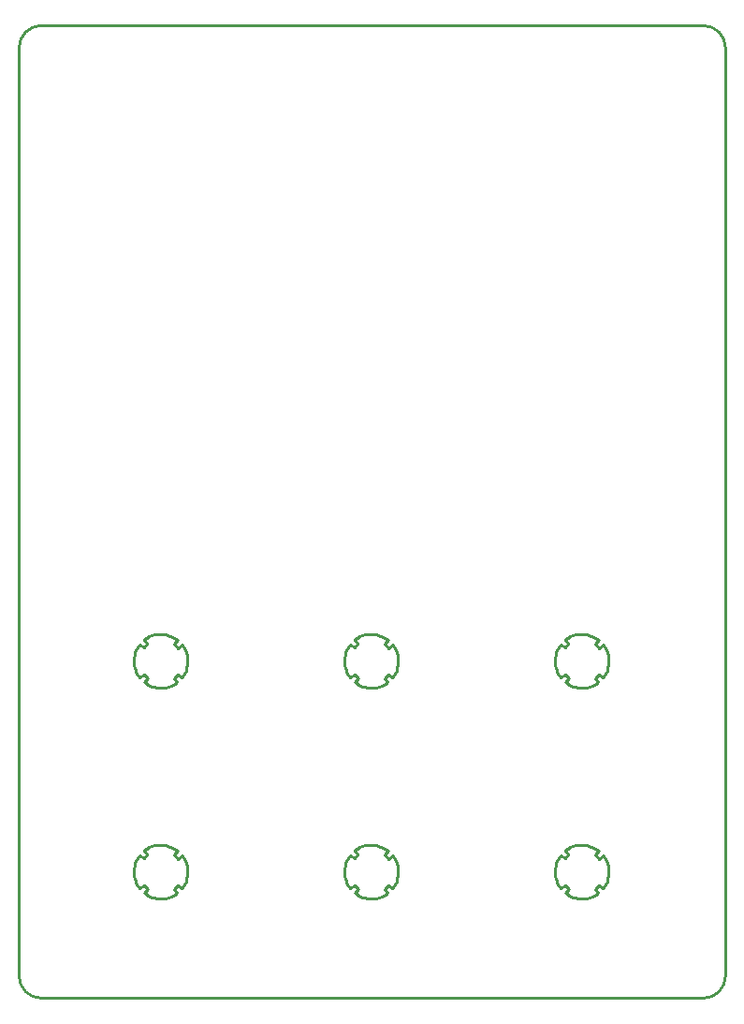
<source format=gko>
G04 Layer: BoardOutline*
G04 EasyEDA v6.4.7, 2020-12-12T13:13:04+01:00*
G04 d11925a588f84334974d7b2f1f55f34c,4d97e48eab474e129cc19cc013e78dee,10*
G04 Gerber Generator version 0.2*
G04 Scale: 100 percent, Rotated: No, Reflected: No *
G04 Dimensions in millimeters *
G04 leading zeros omitted , absolute positions ,3 integer and 3 decimal *
%FSLAX33Y33*%
%MOMM*%
G90*
D02*

%ADD10C,0.254000*%
G54D10*
G01X61943Y16D02*
G01X2044Y16D01*
G01X63899Y85900D02*
G01X63899Y1999D01*
G01X0Y1999D02*
G01X0Y85900D01*
G01X1999Y87900D02*
G01X61899Y87900D01*
G01X48460Y11432D02*
G01X48491Y11747D01*
G01X48491Y11747D02*
G01X48542Y12011D01*
G01X48542Y12011D02*
G01X48593Y12234D01*
G01X48593Y12234D02*
G01X48674Y12407D01*
G01X48674Y12407D02*
G01X48765Y12600D01*
G01X48765Y12600D02*
G01X48857Y12752D01*
G01X48857Y12752D02*
G01X48989Y12935D01*
G01X48989Y12935D02*
G01X48991Y12940D01*
G01X48991Y12940D02*
G01X49395Y12646D01*
G01X49395Y12646D02*
G01X49694Y12973D01*
G01X49694Y12973D02*
G01X49373Y13326D01*
G01X49373Y13326D02*
G01X49552Y13460D01*
G01X49552Y13460D02*
G01X49398Y13345D01*
G01X49398Y13345D02*
G01X49375Y13325D01*
G01X49375Y13325D02*
G01X49366Y13320D01*
G01X49366Y13320D02*
G01X49373Y13330D01*
G01X49373Y13330D02*
G01X49446Y13382D01*
G01X49446Y13382D02*
G01X49449Y13385D01*
G01X49449Y13385D02*
G01X49450Y13386D01*
G01X49450Y13386D02*
G01X49501Y13425D01*
G01X49501Y13425D02*
G01X49512Y13433D01*
G01X49512Y13433D02*
G01X49515Y13436D01*
G01X49515Y13436D02*
G01X49619Y13514D01*
G01X49619Y13514D02*
G01X49842Y13636D01*
G01X49842Y13636D02*
G01X50096Y13738D01*
G01X50096Y13738D02*
G01X50371Y13809D01*
G01X50371Y13809D02*
G01X50706Y13870D01*
G01X50706Y13870D02*
G01X51041Y13880D01*
G01X51041Y13880D02*
G01X51315Y13829D01*
G01X51315Y13829D02*
G01X51549Y13768D01*
G01X51549Y13768D02*
G01X51925Y13626D01*
G01X51925Y13626D02*
G01X52291Y13433D01*
G01X52291Y13433D02*
G01X52420Y13344D01*
G01X52420Y13344D02*
G01X52077Y13003D01*
G01X52077Y13003D02*
G01X52424Y12595D01*
G01X52424Y12595D02*
G01X52838Y12912D01*
G01X52838Y12912D02*
G01X52875Y12841D01*
G01X52875Y12841D02*
G01X52961Y12712D01*
G01X52961Y12712D02*
G01X53134Y12387D01*
G01X53134Y12387D02*
G01X53266Y12011D01*
G01X53266Y12011D02*
G01X53307Y11808D01*
G01X53307Y11808D02*
G01X53337Y11625D01*
G01X53337Y11625D02*
G01X53337Y11432D01*
G01X53337Y11432D02*
G01X53327Y11157D01*
G01X53327Y11157D02*
G01X53256Y10832D01*
G01X53256Y10832D02*
G01X53185Y10578D01*
G01X53185Y10578D02*
G01X53073Y10324D01*
G01X53073Y10324D02*
G01X52931Y10080D01*
G01X52931Y10080D02*
G01X52819Y9918D01*
G01X52819Y9918D02*
G01X52818Y9909D01*
G01X52818Y9909D02*
G01X52449Y10215D01*
G01X52449Y10215D02*
G01X52097Y9897D01*
G01X52097Y9897D02*
G01X52409Y9496D01*
G01X52409Y9496D02*
G01X52392Y9481D01*
G01X52392Y9481D02*
G01X52210Y9369D01*
G01X52210Y9369D02*
G01X52016Y9247D01*
G01X52016Y9247D02*
G01X51823Y9176D01*
G01X51823Y9176D02*
G01X51590Y9095D01*
G01X51590Y9095D02*
G01X51326Y9024D01*
G01X51326Y9024D02*
G01X51092Y9003D01*
G01X51092Y9003D02*
G01X50909Y8993D01*
G01X50909Y8993D02*
G01X50767Y9003D01*
G01X50767Y9003D02*
G01X50553Y9014D01*
G01X50553Y9014D02*
G01X50289Y9075D01*
G01X50289Y9075D02*
G01X50086Y9135D01*
G01X50086Y9135D02*
G01X49913Y9207D01*
G01X49913Y9207D02*
G01X49730Y9308D01*
G01X49730Y9308D02*
G01X49548Y9400D01*
G01X49548Y9400D02*
G01X49416Y9491D01*
G01X49416Y9491D02*
G01X49412Y9487D01*
G01X49412Y9487D02*
G01X49714Y9849D01*
G01X49714Y9849D02*
G01X49375Y10205D01*
G01X49375Y10205D02*
G01X48980Y9915D01*
G01X48980Y9915D02*
G01X48979Y9918D01*
G01X48979Y9918D02*
G01X48887Y10040D01*
G01X48887Y10040D02*
G01X48786Y10202D01*
G01X48786Y10202D02*
G01X48684Y10385D01*
G01X48684Y10385D02*
G01X48603Y10609D01*
G01X48603Y10609D02*
G01X48532Y10822D01*
G01X48532Y10822D02*
G01X48501Y11015D01*
G01X48501Y11015D02*
G01X48471Y11249D01*
G01X48471Y11249D02*
G01X48460Y11432D01*
G01X48460Y11432D02*
G01X48460Y11432D01*
G01X29410Y11432D02*
G01X29441Y11747D01*
G01X29441Y11747D02*
G01X29492Y12011D01*
G01X29492Y12011D02*
G01X29543Y12234D01*
G01X29543Y12234D02*
G01X29624Y12407D01*
G01X29624Y12407D02*
G01X29715Y12600D01*
G01X29715Y12600D02*
G01X29807Y12752D01*
G01X29807Y12752D02*
G01X29939Y12935D01*
G01X29939Y12935D02*
G01X29941Y12940D01*
G01X29941Y12940D02*
G01X30345Y12646D01*
G01X30345Y12646D02*
G01X30644Y12973D01*
G01X30644Y12973D02*
G01X30323Y13326D01*
G01X30323Y13326D02*
G01X30502Y13460D01*
G01X30502Y13460D02*
G01X30348Y13345D01*
G01X30348Y13345D02*
G01X30325Y13325D01*
G01X30325Y13325D02*
G01X30316Y13320D01*
G01X30316Y13320D02*
G01X30323Y13330D01*
G01X30323Y13330D02*
G01X30396Y13382D01*
G01X30396Y13382D02*
G01X30399Y13385D01*
G01X30399Y13385D02*
G01X30400Y13386D01*
G01X30400Y13386D02*
G01X30451Y13425D01*
G01X30451Y13425D02*
G01X30462Y13433D01*
G01X30462Y13433D02*
G01X30465Y13436D01*
G01X30465Y13436D02*
G01X30569Y13514D01*
G01X30569Y13514D02*
G01X30792Y13636D01*
G01X30792Y13636D02*
G01X31046Y13738D01*
G01X31046Y13738D02*
G01X31321Y13809D01*
G01X31321Y13809D02*
G01X31656Y13870D01*
G01X31656Y13870D02*
G01X31991Y13880D01*
G01X31991Y13880D02*
G01X32265Y13829D01*
G01X32265Y13829D02*
G01X32499Y13768D01*
G01X32499Y13768D02*
G01X32875Y13626D01*
G01X32875Y13626D02*
G01X33241Y13433D01*
G01X33241Y13433D02*
G01X33370Y13344D01*
G01X33370Y13344D02*
G01X33027Y13003D01*
G01X33027Y13003D02*
G01X33374Y12595D01*
G01X33374Y12595D02*
G01X33788Y12912D01*
G01X33788Y12912D02*
G01X33825Y12841D01*
G01X33825Y12841D02*
G01X33911Y12712D01*
G01X33911Y12712D02*
G01X34084Y12387D01*
G01X34084Y12387D02*
G01X34216Y12011D01*
G01X34216Y12011D02*
G01X34257Y11808D01*
G01X34257Y11808D02*
G01X34287Y11625D01*
G01X34287Y11625D02*
G01X34287Y11432D01*
G01X34287Y11432D02*
G01X34277Y11157D01*
G01X34277Y11157D02*
G01X34206Y10832D01*
G01X34206Y10832D02*
G01X34135Y10578D01*
G01X34135Y10578D02*
G01X34023Y10324D01*
G01X34023Y10324D02*
G01X33881Y10080D01*
G01X33881Y10080D02*
G01X33769Y9918D01*
G01X33769Y9918D02*
G01X33768Y9909D01*
G01X33768Y9909D02*
G01X33399Y10215D01*
G01X33399Y10215D02*
G01X33047Y9897D01*
G01X33047Y9897D02*
G01X33359Y9496D01*
G01X33359Y9496D02*
G01X33342Y9481D01*
G01X33342Y9481D02*
G01X33160Y9369D01*
G01X33160Y9369D02*
G01X32966Y9247D01*
G01X32966Y9247D02*
G01X32773Y9176D01*
G01X32773Y9176D02*
G01X32540Y9095D01*
G01X32540Y9095D02*
G01X32276Y9024D01*
G01X32276Y9024D02*
G01X32042Y9003D01*
G01X32042Y9003D02*
G01X31859Y8993D01*
G01X31859Y8993D02*
G01X31717Y9003D01*
G01X31717Y9003D02*
G01X31503Y9014D01*
G01X31503Y9014D02*
G01X31239Y9075D01*
G01X31239Y9075D02*
G01X31036Y9135D01*
G01X31036Y9135D02*
G01X30863Y9207D01*
G01X30863Y9207D02*
G01X30680Y9308D01*
G01X30680Y9308D02*
G01X30498Y9400D01*
G01X30498Y9400D02*
G01X30366Y9491D01*
G01X30366Y9491D02*
G01X30362Y9487D01*
G01X30362Y9487D02*
G01X30664Y9849D01*
G01X30664Y9849D02*
G01X30325Y10205D01*
G01X30325Y10205D02*
G01X29930Y9915D01*
G01X29930Y9915D02*
G01X29929Y9918D01*
G01X29929Y9918D02*
G01X29837Y10040D01*
G01X29837Y10040D02*
G01X29736Y10202D01*
G01X29736Y10202D02*
G01X29634Y10385D01*
G01X29634Y10385D02*
G01X29553Y10609D01*
G01X29553Y10609D02*
G01X29482Y10822D01*
G01X29482Y10822D02*
G01X29451Y11015D01*
G01X29451Y11015D02*
G01X29421Y11249D01*
G01X29421Y11249D02*
G01X29410Y11432D01*
G01X29410Y11432D02*
G01X29410Y11432D01*
G01X10360Y11432D02*
G01X10391Y11747D01*
G01X10391Y11747D02*
G01X10442Y12011D01*
G01X10442Y12011D02*
G01X10493Y12234D01*
G01X10493Y12234D02*
G01X10574Y12407D01*
G01X10574Y12407D02*
G01X10665Y12600D01*
G01X10665Y12600D02*
G01X10757Y12752D01*
G01X10757Y12752D02*
G01X10889Y12935D01*
G01X10889Y12935D02*
G01X10891Y12940D01*
G01X10891Y12940D02*
G01X11295Y12646D01*
G01X11295Y12646D02*
G01X11594Y12973D01*
G01X11594Y12973D02*
G01X11273Y13326D01*
G01X11273Y13326D02*
G01X11452Y13460D01*
G01X11452Y13460D02*
G01X11298Y13345D01*
G01X11298Y13345D02*
G01X11275Y13325D01*
G01X11275Y13325D02*
G01X11266Y13320D01*
G01X11266Y13320D02*
G01X11273Y13330D01*
G01X11273Y13330D02*
G01X11346Y13382D01*
G01X11346Y13382D02*
G01X11349Y13385D01*
G01X11349Y13385D02*
G01X11350Y13386D01*
G01X11350Y13386D02*
G01X11401Y13425D01*
G01X11401Y13425D02*
G01X11412Y13433D01*
G01X11412Y13433D02*
G01X11415Y13436D01*
G01X11415Y13436D02*
G01X11519Y13514D01*
G01X11519Y13514D02*
G01X11742Y13636D01*
G01X11742Y13636D02*
G01X11996Y13738D01*
G01X11996Y13738D02*
G01X12271Y13809D01*
G01X12271Y13809D02*
G01X12606Y13870D01*
G01X12606Y13870D02*
G01X12941Y13880D01*
G01X12941Y13880D02*
G01X13215Y13829D01*
G01X13215Y13829D02*
G01X13449Y13768D01*
G01X13449Y13768D02*
G01X13825Y13626D01*
G01X13825Y13626D02*
G01X14191Y13433D01*
G01X14191Y13433D02*
G01X14320Y13344D01*
G01X14320Y13344D02*
G01X13977Y13003D01*
G01X13977Y13003D02*
G01X14324Y12595D01*
G01X14324Y12595D02*
G01X14738Y12912D01*
G01X14738Y12912D02*
G01X14775Y12841D01*
G01X14775Y12841D02*
G01X14861Y12712D01*
G01X14861Y12712D02*
G01X15034Y12387D01*
G01X15034Y12387D02*
G01X15166Y12011D01*
G01X15166Y12011D02*
G01X15207Y11808D01*
G01X15207Y11808D02*
G01X15237Y11625D01*
G01X15237Y11625D02*
G01X15237Y11432D01*
G01X15237Y11432D02*
G01X15227Y11157D01*
G01X15227Y11157D02*
G01X15156Y10832D01*
G01X15156Y10832D02*
G01X15085Y10578D01*
G01X15085Y10578D02*
G01X14973Y10324D01*
G01X14973Y10324D02*
G01X14831Y10080D01*
G01X14831Y10080D02*
G01X14719Y9918D01*
G01X14719Y9918D02*
G01X14718Y9909D01*
G01X14718Y9909D02*
G01X14349Y10215D01*
G01X14349Y10215D02*
G01X13997Y9897D01*
G01X13997Y9897D02*
G01X14309Y9496D01*
G01X14309Y9496D02*
G01X14292Y9481D01*
G01X14292Y9481D02*
G01X14110Y9369D01*
G01X14110Y9369D02*
G01X13916Y9247D01*
G01X13916Y9247D02*
G01X13723Y9176D01*
G01X13723Y9176D02*
G01X13490Y9095D01*
G01X13490Y9095D02*
G01X13226Y9024D01*
G01X13226Y9024D02*
G01X12992Y9003D01*
G01X12992Y9003D02*
G01X12809Y8993D01*
G01X12809Y8993D02*
G01X12667Y9003D01*
G01X12667Y9003D02*
G01X12453Y9014D01*
G01X12453Y9014D02*
G01X12189Y9075D01*
G01X12189Y9075D02*
G01X11986Y9135D01*
G01X11986Y9135D02*
G01X11813Y9207D01*
G01X11813Y9207D02*
G01X11630Y9308D01*
G01X11630Y9308D02*
G01X11448Y9400D01*
G01X11448Y9400D02*
G01X11316Y9491D01*
G01X11316Y9491D02*
G01X11312Y9487D01*
G01X11312Y9487D02*
G01X11614Y9849D01*
G01X11614Y9849D02*
G01X11275Y10205D01*
G01X11275Y10205D02*
G01X10880Y9915D01*
G01X10880Y9915D02*
G01X10879Y9918D01*
G01X10879Y9918D02*
G01X10787Y10040D01*
G01X10787Y10040D02*
G01X10686Y10202D01*
G01X10686Y10202D02*
G01X10584Y10385D01*
G01X10584Y10385D02*
G01X10503Y10609D01*
G01X10503Y10609D02*
G01X10432Y10822D01*
G01X10432Y10822D02*
G01X10401Y11015D01*
G01X10401Y11015D02*
G01X10371Y11249D01*
G01X10371Y11249D02*
G01X10360Y11432D01*
G01X10360Y11432D02*
G01X10360Y11432D01*
G01X10360Y30482D02*
G01X10391Y30797D01*
G01X10391Y30797D02*
G01X10442Y31061D01*
G01X10442Y31061D02*
G01X10493Y31284D01*
G01X10493Y31284D02*
G01X10574Y31457D01*
G01X10574Y31457D02*
G01X10665Y31650D01*
G01X10665Y31650D02*
G01X10757Y31802D01*
G01X10757Y31802D02*
G01X10889Y31985D01*
G01X10889Y31985D02*
G01X10891Y31990D01*
G01X10891Y31990D02*
G01X11295Y31696D01*
G01X11295Y31696D02*
G01X11594Y32023D01*
G01X11594Y32023D02*
G01X11273Y32376D01*
G01X11273Y32376D02*
G01X11452Y32510D01*
G01X11452Y32510D02*
G01X11298Y32395D01*
G01X11298Y32395D02*
G01X11275Y32375D01*
G01X11275Y32375D02*
G01X11266Y32370D01*
G01X11266Y32370D02*
G01X11273Y32380D01*
G01X11273Y32380D02*
G01X11346Y32432D01*
G01X11346Y32432D02*
G01X11349Y32435D01*
G01X11349Y32435D02*
G01X11350Y32436D01*
G01X11350Y32436D02*
G01X11401Y32475D01*
G01X11401Y32475D02*
G01X11412Y32483D01*
G01X11412Y32483D02*
G01X11415Y32486D01*
G01X11415Y32486D02*
G01X11519Y32564D01*
G01X11519Y32564D02*
G01X11742Y32686D01*
G01X11742Y32686D02*
G01X11996Y32788D01*
G01X11996Y32788D02*
G01X12271Y32859D01*
G01X12271Y32859D02*
G01X12606Y32920D01*
G01X12606Y32920D02*
G01X12941Y32930D01*
G01X12941Y32930D02*
G01X13215Y32879D01*
G01X13215Y32879D02*
G01X13449Y32818D01*
G01X13449Y32818D02*
G01X13825Y32676D01*
G01X13825Y32676D02*
G01X14191Y32483D01*
G01X14191Y32483D02*
G01X14320Y32394D01*
G01X14320Y32394D02*
G01X13977Y32053D01*
G01X13977Y32053D02*
G01X14324Y31645D01*
G01X14324Y31645D02*
G01X14738Y31962D01*
G01X14738Y31962D02*
G01X14775Y31891D01*
G01X14775Y31891D02*
G01X14861Y31762D01*
G01X14861Y31762D02*
G01X15034Y31437D01*
G01X15034Y31437D02*
G01X15166Y31061D01*
G01X15166Y31061D02*
G01X15207Y30858D01*
G01X15207Y30858D02*
G01X15237Y30675D01*
G01X15237Y30675D02*
G01X15237Y30482D01*
G01X15237Y30482D02*
G01X15227Y30207D01*
G01X15227Y30207D02*
G01X15156Y29882D01*
G01X15156Y29882D02*
G01X15085Y29628D01*
G01X15085Y29628D02*
G01X14973Y29374D01*
G01X14973Y29374D02*
G01X14831Y29130D01*
G01X14831Y29130D02*
G01X14719Y28968D01*
G01X14719Y28968D02*
G01X14718Y28959D01*
G01X14718Y28959D02*
G01X14349Y29265D01*
G01X14349Y29265D02*
G01X13997Y28947D01*
G01X13997Y28947D02*
G01X14309Y28546D01*
G01X14309Y28546D02*
G01X14292Y28531D01*
G01X14292Y28531D02*
G01X14110Y28419D01*
G01X14110Y28419D02*
G01X13916Y28297D01*
G01X13916Y28297D02*
G01X13723Y28226D01*
G01X13723Y28226D02*
G01X13490Y28145D01*
G01X13490Y28145D02*
G01X13226Y28074D01*
G01X13226Y28074D02*
G01X12992Y28053D01*
G01X12992Y28053D02*
G01X12809Y28043D01*
G01X12809Y28043D02*
G01X12667Y28053D01*
G01X12667Y28053D02*
G01X12453Y28064D01*
G01X12453Y28064D02*
G01X12189Y28125D01*
G01X12189Y28125D02*
G01X11986Y28185D01*
G01X11986Y28185D02*
G01X11813Y28257D01*
G01X11813Y28257D02*
G01X11630Y28358D01*
G01X11630Y28358D02*
G01X11448Y28450D01*
G01X11448Y28450D02*
G01X11316Y28541D01*
G01X11316Y28541D02*
G01X11312Y28537D01*
G01X11312Y28537D02*
G01X11614Y28899D01*
G01X11614Y28899D02*
G01X11275Y29255D01*
G01X11275Y29255D02*
G01X10880Y28965D01*
G01X10880Y28965D02*
G01X10879Y28968D01*
G01X10879Y28968D02*
G01X10787Y29090D01*
G01X10787Y29090D02*
G01X10686Y29252D01*
G01X10686Y29252D02*
G01X10584Y29435D01*
G01X10584Y29435D02*
G01X10503Y29659D01*
G01X10503Y29659D02*
G01X10432Y29872D01*
G01X10432Y29872D02*
G01X10401Y30065D01*
G01X10401Y30065D02*
G01X10371Y30299D01*
G01X10371Y30299D02*
G01X10360Y30482D01*
G01X10360Y30482D02*
G01X10360Y30482D01*
G01X29410Y30482D02*
G01X29441Y30797D01*
G01X29441Y30797D02*
G01X29492Y31061D01*
G01X29492Y31061D02*
G01X29543Y31284D01*
G01X29543Y31284D02*
G01X29624Y31457D01*
G01X29624Y31457D02*
G01X29715Y31650D01*
G01X29715Y31650D02*
G01X29807Y31802D01*
G01X29807Y31802D02*
G01X29939Y31985D01*
G01X29939Y31985D02*
G01X29941Y31990D01*
G01X29941Y31990D02*
G01X30345Y31696D01*
G01X30345Y31696D02*
G01X30644Y32023D01*
G01X30644Y32023D02*
G01X30323Y32376D01*
G01X30323Y32376D02*
G01X30502Y32510D01*
G01X30502Y32510D02*
G01X30348Y32395D01*
G01X30348Y32395D02*
G01X30325Y32375D01*
G01X30325Y32375D02*
G01X30316Y32370D01*
G01X30316Y32370D02*
G01X30323Y32380D01*
G01X30323Y32380D02*
G01X30396Y32432D01*
G01X30396Y32432D02*
G01X30399Y32435D01*
G01X30399Y32435D02*
G01X30400Y32436D01*
G01X30400Y32436D02*
G01X30451Y32475D01*
G01X30451Y32475D02*
G01X30462Y32483D01*
G01X30462Y32483D02*
G01X30465Y32486D01*
G01X30465Y32486D02*
G01X30569Y32564D01*
G01X30569Y32564D02*
G01X30792Y32686D01*
G01X30792Y32686D02*
G01X31046Y32788D01*
G01X31046Y32788D02*
G01X31321Y32859D01*
G01X31321Y32859D02*
G01X31656Y32920D01*
G01X31656Y32920D02*
G01X31991Y32930D01*
G01X31991Y32930D02*
G01X32265Y32879D01*
G01X32265Y32879D02*
G01X32499Y32818D01*
G01X32499Y32818D02*
G01X32875Y32676D01*
G01X32875Y32676D02*
G01X33241Y32483D01*
G01X33241Y32483D02*
G01X33370Y32394D01*
G01X33370Y32394D02*
G01X33027Y32053D01*
G01X33027Y32053D02*
G01X33374Y31645D01*
G01X33374Y31645D02*
G01X33788Y31962D01*
G01X33788Y31962D02*
G01X33825Y31891D01*
G01X33825Y31891D02*
G01X33911Y31762D01*
G01X33911Y31762D02*
G01X34084Y31437D01*
G01X34084Y31437D02*
G01X34216Y31061D01*
G01X34216Y31061D02*
G01X34257Y30858D01*
G01X34257Y30858D02*
G01X34287Y30675D01*
G01X34287Y30675D02*
G01X34287Y30482D01*
G01X34287Y30482D02*
G01X34277Y30207D01*
G01X34277Y30207D02*
G01X34206Y29882D01*
G01X34206Y29882D02*
G01X34135Y29628D01*
G01X34135Y29628D02*
G01X34023Y29374D01*
G01X34023Y29374D02*
G01X33881Y29130D01*
G01X33881Y29130D02*
G01X33769Y28968D01*
G01X33769Y28968D02*
G01X33768Y28959D01*
G01X33768Y28959D02*
G01X33399Y29265D01*
G01X33399Y29265D02*
G01X33047Y28947D01*
G01X33047Y28947D02*
G01X33359Y28546D01*
G01X33359Y28546D02*
G01X33342Y28531D01*
G01X33342Y28531D02*
G01X33160Y28419D01*
G01X33160Y28419D02*
G01X32966Y28297D01*
G01X32966Y28297D02*
G01X32773Y28226D01*
G01X32773Y28226D02*
G01X32540Y28145D01*
G01X32540Y28145D02*
G01X32276Y28074D01*
G01X32276Y28074D02*
G01X32042Y28053D01*
G01X32042Y28053D02*
G01X31859Y28043D01*
G01X31859Y28043D02*
G01X31717Y28053D01*
G01X31717Y28053D02*
G01X31503Y28064D01*
G01X31503Y28064D02*
G01X31239Y28125D01*
G01X31239Y28125D02*
G01X31036Y28185D01*
G01X31036Y28185D02*
G01X30863Y28257D01*
G01X30863Y28257D02*
G01X30680Y28358D01*
G01X30680Y28358D02*
G01X30498Y28450D01*
G01X30498Y28450D02*
G01X30366Y28541D01*
G01X30366Y28541D02*
G01X30362Y28537D01*
G01X30362Y28537D02*
G01X30664Y28899D01*
G01X30664Y28899D02*
G01X30325Y29255D01*
G01X30325Y29255D02*
G01X29930Y28965D01*
G01X29930Y28965D02*
G01X29929Y28968D01*
G01X29929Y28968D02*
G01X29837Y29090D01*
G01X29837Y29090D02*
G01X29736Y29252D01*
G01X29736Y29252D02*
G01X29634Y29435D01*
G01X29634Y29435D02*
G01X29553Y29659D01*
G01X29553Y29659D02*
G01X29482Y29872D01*
G01X29482Y29872D02*
G01X29451Y30065D01*
G01X29451Y30065D02*
G01X29421Y30299D01*
G01X29421Y30299D02*
G01X29410Y30482D01*
G01X29410Y30482D02*
G01X29410Y30482D01*
G01X48460Y30482D02*
G01X48491Y30797D01*
G01X48491Y30797D02*
G01X48542Y31061D01*
G01X48542Y31061D02*
G01X48593Y31284D01*
G01X48593Y31284D02*
G01X48674Y31457D01*
G01X48674Y31457D02*
G01X48765Y31650D01*
G01X48765Y31650D02*
G01X48857Y31802D01*
G01X48857Y31802D02*
G01X48989Y31985D01*
G01X48989Y31985D02*
G01X48991Y31990D01*
G01X48991Y31990D02*
G01X49395Y31696D01*
G01X49395Y31696D02*
G01X49694Y32023D01*
G01X49694Y32023D02*
G01X49373Y32376D01*
G01X49373Y32376D02*
G01X49552Y32510D01*
G01X49552Y32510D02*
G01X49398Y32395D01*
G01X49398Y32395D02*
G01X49375Y32375D01*
G01X49375Y32375D02*
G01X49366Y32370D01*
G01X49366Y32370D02*
G01X49373Y32380D01*
G01X49373Y32380D02*
G01X49446Y32432D01*
G01X49446Y32432D02*
G01X49449Y32435D01*
G01X49449Y32435D02*
G01X49450Y32436D01*
G01X49450Y32436D02*
G01X49501Y32475D01*
G01X49501Y32475D02*
G01X49512Y32483D01*
G01X49512Y32483D02*
G01X49515Y32486D01*
G01X49515Y32486D02*
G01X49619Y32564D01*
G01X49619Y32564D02*
G01X49842Y32686D01*
G01X49842Y32686D02*
G01X50096Y32788D01*
G01X50096Y32788D02*
G01X50371Y32859D01*
G01X50371Y32859D02*
G01X50706Y32920D01*
G01X50706Y32920D02*
G01X51041Y32930D01*
G01X51041Y32930D02*
G01X51315Y32879D01*
G01X51315Y32879D02*
G01X51549Y32818D01*
G01X51549Y32818D02*
G01X51925Y32676D01*
G01X51925Y32676D02*
G01X52291Y32483D01*
G01X52291Y32483D02*
G01X52420Y32394D01*
G01X52420Y32394D02*
G01X52077Y32053D01*
G01X52077Y32053D02*
G01X52424Y31645D01*
G01X52424Y31645D02*
G01X52838Y31962D01*
G01X52838Y31962D02*
G01X52875Y31891D01*
G01X52875Y31891D02*
G01X52961Y31762D01*
G01X52961Y31762D02*
G01X53134Y31437D01*
G01X53134Y31437D02*
G01X53266Y31061D01*
G01X53266Y31061D02*
G01X53307Y30858D01*
G01X53307Y30858D02*
G01X53337Y30675D01*
G01X53337Y30675D02*
G01X53337Y30482D01*
G01X53337Y30482D02*
G01X53327Y30207D01*
G01X53327Y30207D02*
G01X53256Y29882D01*
G01X53256Y29882D02*
G01X53185Y29628D01*
G01X53185Y29628D02*
G01X53073Y29374D01*
G01X53073Y29374D02*
G01X52931Y29130D01*
G01X52931Y29130D02*
G01X52819Y28968D01*
G01X52819Y28968D02*
G01X52818Y28959D01*
G01X52818Y28959D02*
G01X52449Y29265D01*
G01X52449Y29265D02*
G01X52097Y28947D01*
G01X52097Y28947D02*
G01X52409Y28546D01*
G01X52409Y28546D02*
G01X52392Y28531D01*
G01X52392Y28531D02*
G01X52210Y28419D01*
G01X52210Y28419D02*
G01X52016Y28297D01*
G01X52016Y28297D02*
G01X51823Y28226D01*
G01X51823Y28226D02*
G01X51590Y28145D01*
G01X51590Y28145D02*
G01X51326Y28074D01*
G01X51326Y28074D02*
G01X51092Y28053D01*
G01X51092Y28053D02*
G01X50909Y28043D01*
G01X50909Y28043D02*
G01X50767Y28053D01*
G01X50767Y28053D02*
G01X50553Y28064D01*
G01X50553Y28064D02*
G01X50289Y28125D01*
G01X50289Y28125D02*
G01X50086Y28185D01*
G01X50086Y28185D02*
G01X49913Y28257D01*
G01X49913Y28257D02*
G01X49730Y28358D01*
G01X49730Y28358D02*
G01X49548Y28450D01*
G01X49548Y28450D02*
G01X49416Y28541D01*
G01X49416Y28541D02*
G01X49412Y28537D01*
G01X49412Y28537D02*
G01X49714Y28899D01*
G01X49714Y28899D02*
G01X49375Y29255D01*
G01X49375Y29255D02*
G01X48980Y28965D01*
G01X48980Y28965D02*
G01X48979Y28968D01*
G01X48979Y28968D02*
G01X48887Y29090D01*
G01X48887Y29090D02*
G01X48786Y29252D01*
G01X48786Y29252D02*
G01X48684Y29435D01*
G01X48684Y29435D02*
G01X48603Y29659D01*
G01X48603Y29659D02*
G01X48532Y29872D01*
G01X48532Y29872D02*
G01X48501Y30065D01*
G01X48501Y30065D02*
G01X48471Y30299D01*
G01X48471Y30299D02*
G01X48460Y30482D01*
G01X48460Y30482D02*
G01X48460Y30482D01*
G75*
G01X61900Y87900D02*
G02X63900Y85900I0J-2000D01*
G01*
G75*
G01X63900Y2000D02*
G02X61900Y0I-2000J0D01*
G01*
G75*
G01X2000Y0D02*
G02X0Y2000I0J2000D01*
G01*
G75*
G01X0Y85900D02*
G02X2000Y87900I2000J0D01*
G01*

%LPD*%
M00*
M02*

</source>
